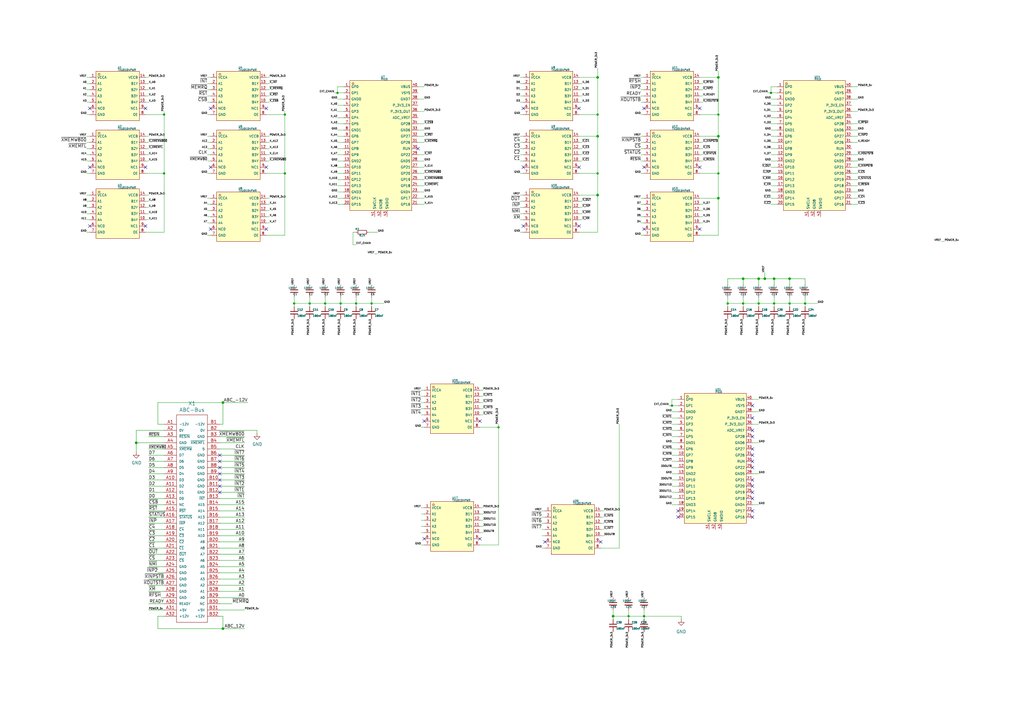
<source format=kicad_sch>
(kicad_sch
	(version 20250114)
	(generator "eeschema")
	(generator_version "9.0")
	(uuid "219df102-d28d-b743-245e-efc9439ef913")
	(paper "A3")
	(title_block
		(title "4680 LOGIC ANALYZER")
		(date "2025-09-29")
	)
	
	(junction
		(at 152.4 124.46)
		(diameter 0.762)
		(color 0 0 0 0)
		(uuid "042cc238-85ec-8300-e122-287d90dace06")
	)
	(junction
		(at 127 124.46)
		(diameter 0.762)
		(color 0 0 0 0)
		(uuid "1389c834-84ca-0b39-19be-946531520b9c")
	)
	(junction
		(at 55.88 181.61)
		(diameter 0)
		(color 0 0 0 0)
		(uuid "1e567a73-6efa-46e8-a9fe-8d39ff3a9c3d")
	)
	(junction
		(at 67.31 71.12)
		(diameter 0.762)
		(color 0 0 0 0)
		(uuid "2c53c86b-2f71-7ff7-88a2-6d117e56c654")
	)
	(junction
		(at 245.11 46.99)
		(diameter 0.762)
		(color 0 0 0 0)
		(uuid "2dc3a48d-3d42-43b1-a3c5-b1e94875dc70")
	)
	(junction
		(at 304.8 114.3)
		(diameter 0)
		(color 0 0 0 0)
		(uuid "2e56b4df-28ee-467a-afe9-f12e702d4017")
	)
	(junction
		(at 120.65 124.46)
		(diameter 0.762)
		(color 0 0 0 0)
		(uuid "2fa001f2-7827-bfc1-e04d-2b9e5f8f7d0f")
	)
	(junction
		(at 323.85 124.46)
		(diameter 0.762)
		(color 0 0 0 0)
		(uuid "34e50a99-49e1-449c-9e53-1d00c76d3d3d")
	)
	(junction
		(at 294.64 71.12)
		(diameter 0.762)
		(color 0 0 0 0)
		(uuid "3822c205-e5ce-4a0c-9944-39d6e154ee5b")
	)
	(junction
		(at 316.23 38.1)
		(diameter 0.762)
		(color 0 0 0 0)
		(uuid "3cacff9c-50d4-4e1f-b9e3-59364b758a5c")
	)
	(junction
		(at 91.44 257.81)
		(diameter 0)
		(color 0 0 0 0)
		(uuid "3cd236a6-4642-406a-bf9b-2df18be4cb23")
	)
	(junction
		(at 317.5 114.3)
		(diameter 0)
		(color 0 0 0 0)
		(uuid "40c8c057-a33b-4f7f-a7e0-413f683a6065")
	)
	(junction
		(at 139.7 124.46)
		(diameter 0.762)
		(color 0 0 0 0)
		(uuid "4177fddd-9575-740c-fedf-0b73e81dc483")
	)
	(junction
		(at 91.44 165.1)
		(diameter 0)
		(color 0 0 0 0)
		(uuid "65d440c0-c664-48c8-a0fc-18c335761bfe")
	)
	(junction
		(at 116.84 46.99)
		(diameter 0.762)
		(color 0 0 0 0)
		(uuid "670b72cf-67ef-f1a3-194d-80aadb79d309")
	)
	(junction
		(at 245.11 80.01)
		(diameter 0)
		(color 0 0 0 0)
		(uuid "6ed0b93a-5d69-47d7-94aa-da23b195c42f")
	)
	(junction
		(at 116.84 71.12)
		(diameter 0.762)
		(color 0 0 0 0)
		(uuid "72b993db-2638-e0a8-9adf-6baf8ee160c8")
	)
	(junction
		(at 294.64 55.88)
		(diameter 0)
		(color 0 0 0 0)
		(uuid "732254a6-db38-471e-8f08-618949667ce8")
	)
	(junction
		(at 311.15 114.3)
		(diameter 0)
		(color 0 0 0 0)
		(uuid "7398a49b-acdf-4769-8501-dd230ffc9ac8")
	)
	(junction
		(at 245.11 55.88)
		(diameter 0)
		(color 0 0 0 0)
		(uuid "8069843e-6cfc-4db8-8b2b-cfcbcf3b9db3")
	)
	(junction
		(at 317.5 124.46)
		(diameter 0.762)
		(color 0 0 0 0)
		(uuid "8136187f-6662-40ed-b0e4-cc39feb412ba")
	)
	(junction
		(at 257.81 252.73)
		(diameter 0.762)
		(color 0 0 0 0)
		(uuid "8885f51f-a6bb-4530-aa1b-cc2c62999697")
	)
	(junction
		(at 251.46 252.73)
		(diameter 0)
		(color 0 0 0 0)
		(uuid "8a9e453a-6419-4a5c-b066-ae0c3ac0b25c")
	)
	(junction
		(at 294.64 81.28)
		(diameter 0)
		(color 0 0 0 0)
		(uuid "9097707a-8f10-43ab-a56f-711be1fb5297")
	)
	(junction
		(at 294.64 31.75)
		(diameter 0)
		(color 0 0 0 0)
		(uuid "9b0374bd-90c9-4067-90db-698e8de7473c")
	)
	(junction
		(at 133.35 124.46)
		(diameter 0.762)
		(color 0 0 0 0)
		(uuid "9b3f248e-6d28-c8e5-b879-5039bcaad69e")
	)
	(junction
		(at 330.2 124.46)
		(diameter 0.762)
		(color 0 0 0 0)
		(uuid "9eacc73c-87bb-46d2-8140-51c9bf0bb918")
	)
	(junction
		(at 245.11 71.12)
		(diameter 0.762)
		(color 0 0 0 0)
		(uuid "aafdf8e4-9b8d-4022-be79-b4a4c0a76a07")
	)
	(junction
		(at 204.47 175.26)
		(diameter 0.762)
		(color 0 0 0 0)
		(uuid "af8c76b0-9347-4bec-b882-2712121cdf7d")
	)
	(junction
		(at 67.31 46.99)
		(diameter 0.762)
		(color 0 0 0 0)
		(uuid "b1e64ff5-77c7-96e9-8dc5-d0646f6efa27")
	)
	(junction
		(at 298.45 124.46)
		(diameter 0.762)
		(color 0 0 0 0)
		(uuid "b3584922-99e2-46ca-8643-8b505788c4df")
	)
	(junction
		(at 323.85 114.3)
		(diameter 0)
		(color 0 0 0 0)
		(uuid "b42d1c9a-5fd9-4130-867d-808997eabfe8")
	)
	(junction
		(at 294.64 46.99)
		(diameter 0.762)
		(color 0 0 0 0)
		(uuid "d7cf6443-1e3e-417e-9822-79dd4e386330")
	)
	(junction
		(at 146.05 124.46)
		(diameter 0.762)
		(color 0 0 0 0)
		(uuid "dda76ac0-10c5-ad15-8d1f-706fe933c410")
	)
	(junction
		(at 313.69 114.3)
		(diameter 0)
		(color 0 0 0 0)
		(uuid "f3b63344-1440-4c90-a477-c35fc09b881f")
	)
	(junction
		(at 304.8 124.46)
		(diameter 0.762)
		(color 0 0 0 0)
		(uuid "f6c9a5cc-982f-4bcb-926f-4f8f7da0fc05")
	)
	(junction
		(at 275.59 166.37)
		(diameter 0.762)
		(color 0 0 0 0)
		(uuid "f779fcf2-41fd-45de-bd39-65e6e6c81cec")
	)
	(junction
		(at 245.11 31.75)
		(diameter 0)
		(color 0 0 0 0)
		(uuid "f98a04d7-3349-460d-9e94-084be8e347e0")
	)
	(junction
		(at 138.43 38.1)
		(diameter 0.762)
		(color 0 0 0 0)
		(uuid "fb0dd6c2-06e5-8eec-6601-e86889114df2")
	)
	(junction
		(at 264.16 252.73)
		(diameter 0.762)
		(color 0 0 0 0)
		(uuid "fc8d4b7f-6623-4135-93a2-c311d86377a5")
	)
	(junction
		(at 311.15 124.46)
		(diameter 0.762)
		(color 0 0 0 0)
		(uuid "fd9fee67-93df-41a4-be2c-75e307e42c24")
	)
	(no_connect
		(at 237.49 44.45)
		(uuid "0822c10d-77b0-48f8-a879-b1bf7685e9f8")
	)
	(no_connect
		(at 196.85 172.72)
		(uuid "0e620c73-e011-462b-b52b-25beced29f9b")
	)
	(no_connect
		(at 173.99 172.72)
		(uuid "0e64376b-66d8-4722-9a32-8d2b78b54b44")
	)
	(no_connect
		(at 109.22 68.58)
		(uuid "0f36d4a8-ca1d-482a-b788-8140910169c4")
	)
	(no_connect
		(at 86.36 44.45)
		(uuid "1705e63e-2635-42bb-8e5d-84981c36774d")
	)
	(no_connect
		(at 308.61 212.09)
		(uuid "17f7a7c2-a839-49eb-998e-a30f5db0a4e3")
	)
	(no_connect
		(at 308.61 204.47)
		(uuid "1e3c2443-a245-4efd-bdd3-ab41079c20ea")
	)
	(no_connect
		(at 36.83 44.45)
		(uuid "2184c91e-6e19-4040-8725-8ce50213a970")
	)
	(no_connect
		(at 308.61 209.55)
		(uuid "26584e72-d846-4250-82a9-68597cf00dde")
	)
	(no_connect
		(at 86.36 68.58)
		(uuid "2ec41176-5037-4ca2-b729-937ba41985d4")
	)
	(no_connect
		(at 59.69 68.58)
		(uuid "359d1721-d496-4d2a-90aa-d900cac8f15d")
	)
	(no_connect
		(at 196.85 220.98)
		(uuid "37509411-aa4e-4e06-b09e-b52472347efc")
	)
	(no_connect
		(at 287.02 93.98)
		(uuid "3af4395f-9c92-45d3-83b1-b674f3938364")
	)
	(no_connect
		(at 36.83 92.71)
		(uuid "3f9e6669-3865-4710-934a-66be0818989b")
	)
	(no_connect
		(at 223.52 222.25)
		(uuid "41eabf9d-a9a2-4554-812f-03e181d95ea9")
	)
	(no_connect
		(at 287.02 44.45)
		(uuid "431b9770-9818-48c4-a230-4f0f1c92a169")
	)
	(no_connect
		(at 278.13 212.09)
		(uuid "43b7d455-9305-4ce3-84aa-4b236903dfab")
	)
	(no_connect
		(at 237.49 92.71)
		(uuid "49ab0fb7-37c5-4625-85bd-641f13bf5946")
	)
	(no_connect
		(at 109.22 93.98)
		(uuid "4cb375db-f1ef-438b-a00f-67c0ef004d11")
	)
	(no_connect
		(at 308.61 166.37)
		(uuid "59a02989-1d74-4b6d-ad42-e8246fb0c298")
	)
	(no_connect
		(at 308.61 201.93)
		(uuid "62d5e7a1-6846-452e-8bfa-a8f1c4097a84")
	)
	(no_connect
		(at 308.61 196.85)
		(uuid "659874a1-52c4-4af7-9e4b-6bb34690e802")
	)
	(no_connect
		(at 308.61 191.77)
		(uuid "6cc61040-0e62-4144-a056-bbb94a20c7da")
	)
	(no_connect
		(at 264.16 93.98)
		(uuid "6e55a3cb-c4ee-4eba-a946-b49b777b6f9a")
	)
	(no_connect
		(at 86.36 93.98)
		(uuid "72870677-8e39-43a4-9cd5-5ebace71ebc6")
	)
	(no_connect
		(at 264.16 44.45)
		(uuid "734ef6eb-cbbe-44ff-8d9a-83838dfce754")
	)
	(no_connect
		(at 90.17 194.31)
		(uuid "73ef7991-ed6a-48fa-886a-426c99aa9de7")
	)
	(no_connect
		(at 173.99 220.98)
		(uuid "7dec353e-12ab-40a0-87bf-fc333a88ec0f")
	)
	(no_connect
		(at 90.17 199.39)
		(uuid "891a5847-ece7-45c5-a344-fa4b56ea17dd")
	)
	(no_connect
		(at 36.83 68.58)
		(uuid "8f4d880f-9c4f-4dbc-a996-3106dc92f070")
	)
	(no_connect
		(at 59.69 92.71)
		(uuid "9608ff4c-80f8-40f7-86d9-21bdc524fd16")
	)
	(no_connect
		(at 308.61 171.45)
		(uuid "981a1154-0c24-4e71-a2b0-75735f628b09")
	)
	(no_connect
		(at 278.13 209.55)
		(uuid "9c31671a-067c-4045-bbcc-057d3af0dc84")
	)
	(no_connect
		(at 90.17 196.85)
		(uuid "a62428fe-ef09-4278-86f3-e7e5395df2b2")
	)
	(no_connect
		(at 214.63 92.71)
		(uuid "a876b991-d223-4522-9af9-ea970013fafb")
	)
	(no_connect
		(at 90.17 189.23)
		(uuid "acf0c9d1-65fa-49d6-8031-33e9aa20f888")
	)
	(no_connect
		(at 109.22 44.45)
		(uuid "b1a00071-22b3-40e1-9dc5-73bb2b4dc23b")
	)
	(no_connect
		(at 308.61 179.07)
		(uuid "b57749c9-0d4e-4f9d-9c29-c473bc5910f9")
	)
	(no_connect
		(at 214.63 44.45)
		(uuid "bae310b7-c62e-4c2f-8889-f1fdb6b5ba6b")
	)
	(no_connect
		(at 308.61 189.23)
		(uuid "bdd1ebc3-7078-4d97-947f-1c9c5c85d0b0")
	)
	(no_connect
		(at 308.61 176.53)
		(uuid "c0142cd3-c9d9-47be-b2ca-6791de958dda")
	)
	(no_connect
		(at 59.69 44.45)
		(uuid "c0937799-7866-4dcc-8a7e-1106e4539df5")
	)
	(no_connect
		(at 308.61 184.15)
		(uuid "c2d87e96-5e08-4f08-ba3c-6c355a17bde2")
	)
	(no_connect
		(at 214.63 68.58)
		(uuid "d02b8622-0f80-41b7-984f-888b5e2c8970")
	)
	(no_connect
		(at 308.61 186.69)
		(uuid "d6a1015b-19f9-44c9-9476-ff5a737442a5")
	)
	(no_connect
		(at 171.45 60.96)
		(uuid "d80f912e-668a-46f7-a8da-e2c77c6c4917")
	)
	(no_connect
		(at 90.17 186.69)
		(uuid "f0f6ac35-bfdd-4cec-ad58-2064aff0408d")
	)
	(no_connect
		(at 264.16 68.58)
		(uuid "f30fe8da-f449-40a3-a282-0759c39ddb7d")
	)
	(no_connect
		(at 237.49 68.58)
		(uuid "f5855b53-ed69-46cc-ba90-a0014dde182b")
	)
	(no_connect
		(at 90.17 191.77)
		(uuid "f63af734-de6c-45a4-aa10-11702565f8f1")
	)
	(no_connect
		(at 246.38 222.25)
		(uuid "f7a9f0ee-ed07-4c4e-8e71-e193379b9680")
	)
	(no_connect
		(at 90.17 201.93)
		(uuid "fd56f66a-d2d9-4985-84bb-9c8b99d5544e")
	)
	(no_connect
		(at 308.61 199.39)
		(uuid "ff4f4196-8feb-4ea4-a9d7-90493f2f597d")
	)
	(no_connect
		(at 287.02 68.58)
		(uuid "ff932043-9711-42b4-8bda-67b58601446b")
	)
	(wire
		(pts
			(xy 35.56 55.88) (xy 36.83 55.88)
		)
		(stroke
			(width 0.127)
			(type default)
		)
		(uuid "0028a3d3-dc29-2665-6960-d1081c2e160f")
	)
	(wire
		(pts
			(xy 172.72 160.02) (xy 173.99 160.02)
		)
		(stroke
			(width 0.127)
			(type default)
		)
		(uuid "0098c1a6-d429-43a7-971d-b0b788091590")
	)
	(wire
		(pts
			(xy 349.25 83.82) (xy 351.79 83.82)
		)
		(stroke
			(width 0.127)
			(type default)
		)
		(uuid "00f859e6-6424-4569-a8d7-a8771e0c5f5d")
	)
	(wire
		(pts
			(xy 146.05 124.46) (xy 146.05 121.92)
		)
		(stroke
			(width 0.127)
			(type default)
		)
		(uuid "01ac23ba-ab0d-34d2-110c-2e5baef817fe")
	)
	(wire
		(pts
			(xy 316.23 55.88) (xy 318.77 55.88)
		)
		(stroke
			(width 0.127)
			(type default)
		)
		(uuid "022bd2d9-a6e9-4cee-959e-0db69e00b7a7")
	)
	(wire
		(pts
			(xy 67.31 237.49) (xy 60.96 237.49)
		)
		(stroke
			(width 0)
			(type default)
		)
		(uuid "034b7682-5998-42fc-ba3f-e1d91a29a963")
	)
	(wire
		(pts
			(xy 60.96 196.85) (xy 67.31 196.85)
		)
		(stroke
			(width 0)
			(type default)
		)
		(uuid "03512c72-5c26-46d9-b64d-b872b8c8aa52")
	)
	(wire
		(pts
			(xy 213.36 63.5) (xy 214.63 63.5)
		)
		(stroke
			(width 0.127)
			(type default)
		)
		(uuid "036d8736-795f-479f-a56d-2fa1452d94a3")
	)
	(wire
		(pts
			(xy 196.85 175.26) (xy 204.47 175.26)
		)
		(stroke
			(width 0.127)
			(type default)
		)
		(uuid "03894d0f-be85-49f8-9b0b-cd2d4b1df7bd")
	)
	(wire
		(pts
			(xy 144.78 95.25) (xy 144.78 100.33)
		)
		(stroke
			(width 0.127)
			(type default)
		)
		(uuid "0562b750-03e8-fee7-fa34-0c7f97254869")
	)
	(wire
		(pts
			(xy 316.23 71.12) (xy 318.77 71.12)
		)
		(stroke
			(width 0.127)
			(type default)
		)
		(uuid "067ea5f9-8869-4286-a13f-ee952864dfcf")
	)
	(wire
		(pts
			(xy 116.84 71.12) (xy 116.84 46.99)
		)
		(stroke
			(width 0.127)
			(type default)
		)
		(uuid "070aed4b-dc83-8c34-50c6-279c56a0a7b0")
	)
	(wire
		(pts
			(xy 316.23 53.34) (xy 318.77 53.34)
		)
		(stroke
			(width 0.127)
			(type default)
		)
		(uuid "07a052af-c4b0-4618-add2-34cfcfcf90b0")
	)
	(wire
		(pts
			(xy 90.17 247.65) (xy 95.25 247.65)
		)
		(stroke
			(width 0)
			(type default)
		)
		(uuid "08df9ae4-203f-4668-804f-3d0ec4287c5c")
	)
	(wire
		(pts
			(xy 67.31 252.73) (xy 64.77 252.73)
		)
		(stroke
			(width 0)
			(type default)
		)
		(uuid "092ed550-ef8d-405a-b76a-b818ece3bd0f")
	)
	(wire
		(pts
			(xy 138.43 55.88) (xy 140.97 55.88)
		)
		(stroke
			(width 0.127)
			(type default)
		)
		(uuid "0aff7fc6-1edc-cd83-b31c-0c91081c0e66")
	)
	(wire
		(pts
			(xy 257.81 254) (xy 257.81 252.73)
		)
		(stroke
			(width 0.127)
			(type default)
		)
		(uuid "0bbfdb49-f008-4e24-b1b3-593d87aa6d28")
	)
	(wire
		(pts
			(xy 90.17 219.71) (xy 100.33 219.71)
		)
		(stroke
			(width 0)
			(type default)
		)
		(uuid "0bf072e2-5a94-4648-ab4f-56cc868174a3")
	)
	(wire
		(pts
			(xy 109.22 86.36) (xy 110.49 86.36)
		)
		(stroke
			(width 0.127)
			(type default)
		)
		(uuid "0bf39884-d41c-f268-9500-5b2baf5119f7")
	)
	(wire
		(pts
			(xy 287.02 31.75) (xy 294.64 31.75)
		)
		(stroke
			(width 0.127)
			(type default)
		)
		(uuid "0c54c06c-e2a1-4a93-92c3-9e994d1d8421")
	)
	(wire
		(pts
			(xy 246.38 224.79) (xy 254 224.79)
		)
		(stroke
			(width 0.127)
			(type default)
		)
		(uuid "0dcc93d3-84f5-41af-9386-b34781549011")
	)
	(wire
		(pts
			(xy 35.56 95.25) (xy 36.83 95.25)
		)
		(stroke
			(width 0.127)
			(type default)
		)
		(uuid "0ed75bab-49b6-8b80-4585-9da0e89684e5")
	)
	(wire
		(pts
			(xy 275.59 186.69) (xy 278.13 186.69)
		)
		(stroke
			(width 0.127)
			(type default)
		)
		(uuid "102fe8c5-9819-4878-b966-54c56af03bea")
	)
	(wire
		(pts
			(xy 287.02 34.29) (xy 288.29 34.29)
		)
		(stroke
			(width 0.127)
			(type default)
		)
		(uuid "10e01426-651b-4ff7-96bb-10d1fb63230a")
	)
	(wire
		(pts
			(xy 287.02 55.88) (xy 294.64 55.88)
		)
		(stroke
			(width 0.127)
			(type default)
		)
		(uuid "1447133e-4e69-4487-889c-113857f55f77")
	)
	(wire
		(pts
			(xy 109.22 91.44) (xy 110.49 91.44)
		)
		(stroke
			(width 0.127)
			(type default)
		)
		(uuid "14f257a3-ec02-2133-f8f8-c8351933dc14")
	)
	(wire
		(pts
			(xy 120.65 124.46) (xy 127 124.46)
		)
		(stroke
			(width 0.127)
			(type default)
		)
		(uuid "14f8343d-bf65-6bf6-4bcf-987431fddab2")
	)
	(wire
		(pts
			(xy 349.25 73.66) (xy 351.79 73.66)
		)
		(stroke
			(width 0.127)
			(type default)
		)
		(uuid "151394aa-bdab-4946-96df-5da27b0c44d2")
	)
	(wire
		(pts
			(xy 91.44 252.73) (xy 90.17 252.73)
		)
		(stroke
			(width 0)
			(type default)
		)
		(uuid "154d66e0-429f-4345-b7c1-de73605249fe")
	)
	(wire
		(pts
			(xy 275.59 168.91) (xy 278.13 168.91)
		)
		(stroke
			(width 0.127)
			(type default)
		)
		(uuid "15a2e8d2-030f-4fed-8209-6f49b8dfa173")
	)
	(wire
		(pts
			(xy 85.09 81.28) (xy 86.36 81.28)
		)
		(stroke
			(width 0.127)
			(type default)
		)
		(uuid "178ec76e-341e-be1d-a926-aeb2d8da66db")
	)
	(wire
		(pts
			(xy 60.96 232.41) (xy 67.31 232.41)
		)
		(stroke
			(width 0)
			(type default)
		)
		(uuid "179031f8-5400-4877-83be-dbe24abf7f19")
	)
	(wire
		(pts
			(xy 316.23 78.74) (xy 318.77 78.74)
		)
		(stroke
			(width 0.127)
			(type default)
		)
		(uuid "18628061-31cc-45bc-a394-d08c35105d62")
	)
	(wire
		(pts
			(xy 251.46 252.73) (xy 257.81 252.73)
		)
		(stroke
			(width 0.127)
			(type default)
		)
		(uuid "1898f87a-8668-4d09-a054-be421c4f42c0")
	)
	(wire
		(pts
			(xy 91.44 165.1) (xy 91.44 173.99)
		)
		(stroke
			(width 0)
			(type default)
		)
		(uuid "18baa678-aa24-4f9a-b53f-e785ff1da08b")
	)
	(wire
		(pts
			(xy 109.22 63.5) (xy 110.49 63.5)
		)
		(stroke
			(width 0.127)
			(type default)
		)
		(uuid "1c112ab4-ea79-3f0c-600d-ad767cb2c14b")
	)
	(wire
		(pts
			(xy 133.35 125.73) (xy 133.35 124.46)
		)
		(stroke
			(width 0.127)
			(type default)
		)
		(uuid "1cc39c3b-dd27-b8e8-4b12-383953f50332")
	)
	(wire
		(pts
			(xy 171.45 76.2) (xy 173.99 76.2)
		)
		(stroke
			(width 0.127)
			(type default)
		)
		(uuid "1d282c3d-e1fe-163c-3e76-a3b53287425c")
	)
	(wire
		(pts
			(xy 60.96 209.55) (xy 67.31 209.55)
		)
		(stroke
			(width 0)
			(type default)
		)
		(uuid "1e24cee0-bd1b-48c0-9e81-1303d405048f")
	)
	(wire
		(pts
			(xy 171.45 50.8) (xy 173.99 50.8)
		)
		(stroke
			(width 0.127)
			(type default)
		)
		(uuid "1ea09940-e562-effa-e892-fe5ad12e13ed")
	)
	(wire
		(pts
			(xy 90.17 207.01) (xy 100.33 207.01)
		)
		(stroke
			(width 0)
			(type default)
		)
		(uuid "1ef4daf0-8068-408b-94fe-d8542cc4fd67")
	)
	(wire
		(pts
			(xy 274.32 166.37) (xy 275.59 166.37)
		)
		(stroke
			(width 0.127)
			(type default)
		)
		(uuid "1f879774-8071-4ac0-a771-c7800c3dbce2")
	)
	(wire
		(pts
			(xy 349.25 55.88) (xy 351.79 55.88)
		)
		(stroke
			(width 0.127)
			(type default)
		)
		(uuid "21458000-a4f0-4fd2-aa29-bcf0dbd4ce26")
	)
	(wire
		(pts
			(xy 127 124.46) (xy 133.35 124.46)
		)
		(stroke
			(width 0.127)
			(type default)
		)
		(uuid "218e2876-868e-496c-8359-780191896fae")
	)
	(wire
		(pts
			(xy 349.25 50.8) (xy 351.79 50.8)
		)
		(stroke
			(width 0.127)
			(type default)
		)
		(uuid "2230d108-2a6f-4667-82cb-fccb20d49be6")
	)
	(wire
		(pts
			(xy 90.17 242.57) (xy 100.33 242.57)
		)
		(stroke
			(width 0)
			(type default)
		)
		(uuid "22e2c0b2-577b-4299-9201-5e9159eb179f")
	)
	(wire
		(pts
			(xy 171.45 81.28) (xy 173.99 81.28)
		)
		(stroke
			(width 0.127)
			(type default)
		)
		(uuid "23eaa51d-4414-4f26-5967-48d0fccf0548")
	)
	(wire
		(pts
			(xy 59.69 34.29) (xy 60.96 34.29)
		)
		(stroke
			(width 0.127)
			(type default)
		)
		(uuid "2445749e-755f-c3f1-38cd-f490e0dff169")
	)
	(wire
		(pts
			(xy 144.78 95.25) (xy 146.05 95.25)
		)
		(stroke
			(width 0.127)
			(type default)
		)
		(uuid "24eeb98f-1012-2f7b-d6c7-2f0de9df888c")
	)
	(wire
		(pts
			(xy 237.49 87.63) (xy 238.76 87.63)
		)
		(stroke
			(width 0.127)
			(type default)
		)
		(uuid "255ecd5f-f262-4d98-9821-0d5e5cce1c16")
	)
	(wire
		(pts
			(xy 138.43 81.28) (xy 140.97 81.28)
		)
		(stroke
			(width 0.127)
			(type default)
		)
		(uuid "256b5ab9-7b74-29e4-9c1a-925ad42a7517")
	)
	(wire
		(pts
			(xy 171.45 58.42) (xy 173.99 58.42)
		)
		(stroke
			(width 0.127)
			(type default)
		)
		(uuid "2710b291-9114-02ff-2188-aa6637024598")
	)
	(wire
		(pts
			(xy 59.69 63.5) (xy 60.96 63.5)
		)
		(stroke
			(width 0.127)
			(type default)
		)
		(uuid "27564917-eb46-5190-1aa0-82aeb524e22f")
	)
	(wire
		(pts
			(xy 262.89 86.36) (xy 264.16 86.36)
		)
		(stroke
			(width 0.127)
			(type default)
		)
		(uuid "282d3cbe-eff1-483d-8c20-f877f4b3f94d")
	)
	(wire
		(pts
			(xy 237.49 82.55) (xy 238.76 82.55)
		)
		(stroke
			(width 0.127)
			(type default)
		)
		(uuid "28aa0042-a22a-4ae7-829d-897596e62db9")
	)
	(wire
		(pts
			(xy 171.45 35.56) (xy 173.99 35.56)
		)
		(stroke
			(width 0.127)
			(type default)
		)
		(uuid "291d4833-1b03-f1ee-e86d-f77d48df4e94")
	)
	(wire
		(pts
			(xy 139.7 124.46) (xy 146.05 124.46)
		)
		(stroke
			(width 0.127)
			(type default)
		)
		(uuid "294ca8a1-3458-f4fd-7040-f80d4ef2f541")
	)
	(wire
		(pts
			(xy 222.25 224.79) (xy 223.52 224.79)
		)
		(stroke
			(width 0.127)
			(type default)
		)
		(uuid "29b46a01-b496-4526-ad06-04f4ab440493")
	)
	(wire
		(pts
			(xy 172.72 165.1) (xy 173.99 165.1)
		)
		(stroke
			(width 0.127)
			(type default)
		)
		(uuid "2a0b008b-5cf0-42a7-9447-749623b9436e")
	)
	(wire
		(pts
			(xy 287.02 36.83) (xy 288.29 36.83)
		)
		(stroke
			(width 0.127)
			(type default)
		)
		(uuid "2a22d5ed-e6bd-4c76-94ce-d0a3be12bc1b")
	)
	(wire
		(pts
			(xy 287.02 63.5) (xy 288.29 63.5)
		)
		(stroke
			(width 0.127)
			(type default)
		)
		(uuid "2b69a9a2-5acb-4a85-af29-e9750d6cb09e")
	)
	(wire
		(pts
			(xy 59.69 87.63) (xy 60.96 87.63)
		)
		(stroke
			(width 0.127)
			(type default)
		)
		(uuid "2b7c7bdd-d60d-bcde-9fb0-2e8d8afae1de")
	)
	(wire
		(pts
			(xy 35.56 58.42) (xy 36.83 58.42)
		)
		(stroke
			(width 0.127)
			(type default)
		)
		(uuid "2b82050b-3d81-13a1-2b08-cbb7a2459793")
	)
	(wire
		(pts
			(xy 91.44 257.81) (xy 100.33 257.81)
		)
		(stroke
			(width 0)
			(type default)
		)
		(uuid "2c0c8dd4-c143-455c-a186-accc08a6a965")
	)
	(wire
		(pts
			(xy 35.56 85.09) (xy 36.83 85.09)
		)
		(stroke
			(width 0.127)
			(type default)
		)
		(uuid "2c2366e1-2ec8-d4cb-63c1-31f076ea1e3b")
	)
	(wire
		(pts
			(xy 245.11 55.88) (xy 245.11 46.99)
		)
		(stroke
			(width 0.127)
			(type default)
		)
		(uuid "2cdb1690-559a-4fab-97f5-4da12fd33189")
	)
	(wire
		(pts
			(xy 294.64 81.28) (xy 294.64 71.12)
		)
		(stroke
			(width 0.127)
			(type default)
		)
		(uuid "2d968a2a-c2ea-402e-903b-1131a40291c1")
	)
	(wire
		(pts
			(xy 196.85 160.02) (xy 198.12 160.02)
		)
		(stroke
			(width 0.127)
			(type default)
		)
		(uuid "2e97ae37-3110-496e-bd95-be711781955d")
	)
	(wire
		(pts
			(xy 213.36 90.17) (xy 214.63 90.17)
		)
		(stroke
			(width 0.127)
			(type default)
		)
		(uuid "2f141998-8cb0-4a22-8aac-2eb4b7845599")
	)
	(wire
		(pts
			(xy 60.96 224.79) (xy 67.31 224.79)
		)
		(stroke
			(width 0)
			(type default)
		)
		(uuid "2f4f9dcb-4f7a-42a4-a5a8-99a0d792f7c4")
	)
	(wire
		(pts
			(xy 245.11 31.75) (xy 245.11 46.99)
		)
		(stroke
			(width 0.127)
			(type default)
		)
		(uuid "3007ffae-38b5-47d4-9d7a-9999a0587b0a")
	)
	(wire
		(pts
			(xy 138.43 35.56) (xy 140.97 35.56)
		)
		(stroke
			(width 0.127)
			(type default)
		)
		(uuid "305cbae5-bbce-800d-5009-7034988a1c8b")
	)
	(wire
		(pts
			(xy 60.96 207.01) (xy 67.31 207.01)
		)
		(stroke
			(width 0)
			(type default)
		)
		(uuid "31ad2824-3cf0-4b54-ba78-07de355f9205")
	)
	(wire
		(pts
			(xy 85.09 58.42) (xy 86.36 58.42)
		)
		(stroke
			(width 0.127)
			(type default)
		)
		(uuid "31b347d8-a106-ce3a-a3a2-ea9c49315e1e")
	)
	(wire
		(pts
			(xy 138.43 38.1) (xy 138.43 35.56)
		)
		(stroke
			(width 0.127)
			(type default)
		)
		(uuid "31eedf15-8866-a387-33d0-b71e16dadf6e")
	)
	(wire
		(pts
			(xy 311.15 124.46) (xy 311.15 121.92)
		)
		(stroke
			(width 0.127)
			(type default)
		)
		(uuid "32243b72-05b1-46bf-ac83-7edc2edd5b88")
	)
	(wire
		(pts
			(xy 262.89 31.75) (xy 264.16 31.75)
		)
		(stroke
			(width 0.127)
			(type default)
		)
		(uuid "32424c5d-c7bb-4b25-af11-21da4e9a1a78")
	)
	(wire
		(pts
			(xy 59.69 60.96) (xy 60.96 60.96)
		)
		(stroke
			(width 0.127)
			(type default)
		)
		(uuid "32b7c463-5369-230f-eac9-c2e9c843f497")
	)
	(wire
		(pts
			(xy 316.23 58.42) (xy 318.77 58.42)
		)
		(stroke
			(width 0.127)
			(type default)
		)
		(uuid "32c6db15-47db-4372-a2bc-dd841c5ee4ed")
	)
	(wire
		(pts
			(xy 287.02 39.37) (xy 288.29 39.37)
		)
		(stroke
			(width 0.127)
			(type default)
		)
		(uuid "32c89a83-323f-49a7-8916-f5deab09eafd")
	)
	(wire
		(pts
			(xy 64.77 257.81) (xy 91.44 257.81)
		)
		(stroke
			(width 0)
			(type default)
		)
		(uuid "32dcebc2-4d14-45ee-afa3-df4526d95cab")
	)
	(wire
		(pts
			(xy 262.89 36.83) (xy 264.16 36.83)
		)
		(stroke
			(width 0.127)
			(type default)
		)
		(uuid "333b51ee-39c3-4b34-9c15-63c713dd7056")
	)
	(wire
		(pts
			(xy 287.02 96.52) (xy 294.64 96.52)
		)
		(stroke
			(width 0.127)
			(type default)
		)
		(uuid "3363c25c-c96a-47ec-a08a-2f5518b2a610")
	)
	(wire
		(pts
			(xy 264.16 252.73) (xy 279.4 252.73)
		)
		(stroke
			(width 0.127)
			(type default)
		)
		(uuid "33705d55-1292-4039-b7d1-933b24963e6c")
	)
	(wire
		(pts
			(xy 85.09 46.99) (xy 86.36 46.99)
		)
		(stroke
			(width 0.127)
			(type default)
		)
		(uuid "33dc48af-0cbe-25b8-5d31-1ec0d3ef7c03")
	)
	(wire
		(pts
			(xy 237.49 41.91) (xy 238.76 41.91)
		)
		(stroke
			(width 0.127)
			(type default)
		)
		(uuid "3578cf0e-2402-46ff-a803-7c811f66da67")
	)
	(wire
		(pts
			(xy 171.45 78.74) (xy 173.99 78.74)
		)
		(stroke
			(width 0.127)
			(type default)
		)
		(uuid "35d81f2e-2783-f683-69b6-4b70b8b9bb8a")
	)
	(wire
		(pts
			(xy 171.45 73.66) (xy 173.99 73.66)
		)
		(stroke
			(width 0.127)
			(type default)
		)
		(uuid "36b4d687-84ab-b3b3-538b-29dad6a76053")
	)
	(wire
		(pts
			(xy 90.17 250.19) (xy 100.33 250.19)
		)
		(stroke
			(width 0)
			(type default)
		)
		(uuid "370fcb22-6417-4377-8d7a-25c0927772bc")
	)
	(wire
		(pts
			(xy 59.69 90.17) (xy 60.96 90.17)
		)
		(stroke
			(width 0.127)
			(type default)
		)
		(uuid "37a79177-d3c8-f702-8602-b58b900e00fb")
	)
	(wire
		(pts
			(xy 257.81 252.73) (xy 264.16 252.73)
		)
		(stroke
			(width 0.127)
			(type default)
		)
		(uuid "37b8cfe4-8317-4292-aab1-efda0578e4fc")
	)
	(wire
		(pts
			(xy 172.72 215.9) (xy 173.99 215.9)
		)
		(stroke
			(width 0.127)
			(type default)
		)
		(uuid "37c34b3f-a088-4d62-ac00-38a528d13591")
	)
	(wire
		(pts
			(xy 316.23 43.18) (xy 318.77 43.18)
		)
		(stroke
			(width 0.127)
			(type default)
		)
		(uuid "387ac3d0-d490-472a-a8c5-61b6c6daa8be")
	)
	(wire
		(pts
			(xy 245.11 95.25) (xy 245.11 80.01)
		)
		(stroke
			(width 0.127)
			(type default)
		)
		(uuid "395f045f-ff8e-49f4-abc0-367329acaafa")
	)
	(wire
		(pts
			(xy 138.43 78.74) (xy 140.97 78.74)
		)
		(stroke
			(width 0.127)
			(type default)
		)
		(uuid "396d7780-097b-062d-ce0f-43e9524eb2ec")
	)
	(wire
		(pts
			(xy 262.89 63.5) (xy 264.16 63.5)
		)
		(stroke
			(width 0.127)
			(type default)
		)
		(uuid "399446f9-6f15-4ab3-9d3a-3a7aa6250b5b")
	)
	(wire
		(pts
			(xy 90.17 196.85) (xy 100.33 196.85)
		)
		(stroke
			(width 0)
			(type default)
		)
		(uuid "3a309c35-9c7f-4100-92de-54c8506611d3")
	)
	(wire
		(pts
			(xy 386.08 99.06) (xy 387.35 99.06)
		)
		(stroke
			(width 0.127)
			(type default)
		)
		(uuid "3a6ce560-9a4c-4b80-bb03-4faba2ca1684")
	)
	(wire
		(pts
			(xy 294.64 55.88) (xy 294.64 46.99)
		)
		(stroke
			(width 0.127)
			(type default)
		)
		(uuid "3ac18c83-458c-436a-9b99-a524b0236d47")
	)
	(wire
		(pts
			(xy 275.59 173.99) (xy 278.13 173.99)
		)
		(stroke
			(width 0.127)
			(type default)
		)
		(uuid "3ac3c03f-0c35-41ee-b4c0-953dca220d56")
	)
	(wire
		(pts
			(xy 171.45 83.82) (xy 173.99 83.82)
		)
		(stroke
			(width 0.127)
			(type default)
		)
		(uuid "3b629278-67da-a3b7-5768-e9cc834c20ed")
	)
	(wire
		(pts
			(xy 316.23 73.66) (xy 318.77 73.66)
		)
		(stroke
			(width 0.127)
			(type default)
		)
		(uuid "3b9ed72a-f24d-4162-a054-3e3bd5ff8ac5")
	)
	(wire
		(pts
			(xy 67.31 173.99) (xy 64.77 173.99)
		)
		(stroke
			(width 0)
			(type default)
		)
		(uuid "3bb5f1f3-29c2-4970-9a97-6ab9e6e4190e")
	)
	(wire
		(pts
			(xy 308.61 194.31) (xy 311.15 194.31)
		)
		(stroke
			(width 0)
			(type default)
		)
		(uuid "3bfdccf5-f1d1-45f3-b96a-ed690a92aba2")
	)
	(wire
		(pts
			(xy 262.89 83.82) (xy 264.16 83.82)
		)
		(stroke
			(width 0.127)
			(type default)
		)
		(uuid "3cfa7c00-d38e-4e35-9770-c39444b7c0c4")
	)
	(wire
		(pts
			(xy 237.49 39.37) (xy 238.76 39.37)
		)
		(stroke
			(width 0.127)
			(type default)
		)
		(uuid "3d7b8615-16c3-46ae-9021-4252fe5639e1")
	)
	(wire
		(pts
			(xy 59.69 82.55) (xy 60.96 82.55)
		)
		(stroke
			(width 0.127)
			(type default)
		)
		(uuid "3d8d80ea-4324-1bab-ab0b-11bfed455210")
	)
	(wire
		(pts
			(xy 262.89 55.88) (xy 264.16 55.88)
		)
		(stroke
			(width 0.127)
			(type default)
		)
		(uuid "3dcefcf8-5b26-477a-86a3-a89b9cebbf48")
	)
	(wire
		(pts
			(xy 138.43 58.42) (xy 140.97 58.42)
		)
		(stroke
			(width 0.127)
			(type default)
		)
		(uuid "3eabe863-66ad-41db-d0cb-e70314a449a8")
	)
	(wire
		(pts
			(xy 67.31 95.25) (xy 67.31 71.12)
		)
		(stroke
			(width 0.127)
			(type default)
		)
		(uuid "3f3077af-10d3-3f45-69f8-5a4ec4a3f964")
	)
	(wire
		(pts
			(xy 35.56 46.99) (xy 36.83 46.99)
		)
		(stroke
			(width 0.127)
			(type default)
		)
		(uuid "3f4aa8e9-a9e1-36e0-18d6-c64ae270bf14")
	)
	(wire
		(pts
			(xy 294.64 31.75) (xy 294.64 45.72)
		)
		(stroke
			(width 0)
			(type default)
		)
		(uuid "3fceaac6-ec05-447f-85c4-3f3865d4a6f8")
	)
	(wire
		(pts
			(xy 246.38 219.71) (xy 247.65 219.71)
		)
		(stroke
			(width 0.127)
			(type default)
		)
		(uuid "40090c22-da6f-4117-a55b-28a081d62978")
	)
	(wire
		(pts
			(xy 85.09 91.44) (xy 86.36 91.44)
		)
		(stroke
			(width 0.127)
			(type default)
		)
		(uuid "401b5d10-9ef9-1753-7df5-83510a6de0be")
	)
	(wire
		(pts
			(xy 262.89 88.9) (xy 264.16 88.9)
		)
		(stroke
			(width 0.127)
			(type default)
		)
		(uuid "40ad4b97-155d-46b3-9367-b87eaf1aa91b")
	)
	(wire
		(pts
			(xy 245.11 80.01) (xy 245.11 71.12)
		)
		(stroke
			(width 0.127)
			(type default)
		)
		(uuid "40b577b5-65fe-433d-b667-44ce59a69f01")
	)
	(wire
		(pts
			(xy 109.22 81.28) (xy 110.49 81.28)
		)
		(stroke
			(width 0.127)
			(type default)
		)
		(uuid "42818a81-34ae-ac73-c880-d3b86b0c7513")
	)
	(wire
		(pts
			(xy 138.43 66.04) (xy 140.97 66.04)
		)
		(stroke
			(width 0.127)
			(type default)
		)
		(uuid "42a30956-f3ab-475f-49f3-44c71dcf7b60")
	)
	(wire
		(pts
			(xy 275.59 176.53) (xy 278.13 176.53)
		)
		(stroke
			(width 0.127)
			(type default)
		)
		(uuid "431d6c52-1a47-45aa-8574-d048c29c0a0e")
	)
	(wire
		(pts
			(xy 138.43 38.1) (xy 140.97 38.1)
		)
		(stroke
			(width 0.127)
			(type default)
		)
		(uuid "43a15b6e-0012-d248-4150-58bc673894b6")
	)
	(wire
		(pts
			(xy 316.23 48.26) (xy 318.77 48.26)
		)
		(stroke
			(width 0.127)
			(type default)
		)
		(uuid "43d8fdbd-5380-45f9-bfd9-aaca1372232c")
	)
	(wire
		(pts
			(xy 304.8 125.73) (xy 304.8 124.46)
		)
		(stroke
			(width 0.127)
			(type default)
		)
		(uuid "43e1034c-1ea0-439b-88f3-b43b883958cd")
	)
	(wire
		(pts
			(xy 85.09 55.88) (xy 86.36 55.88)
		)
		(stroke
			(width 0.127)
			(type default)
		)
		(uuid "4602ee9b-adc5-3b8b-2ead-f51464ec05d2")
	)
	(wire
		(pts
			(xy 91.44 257.81) (xy 91.44 252.73)
		)
		(stroke
			(width 0)
			(type default)
		)
		(uuid "460837ee-33b2-4151-857c-22bbf0540dfa")
	)
	(wire
		(pts
			(xy 60.96 201.93) (xy 67.31 201.93)
		)
		(stroke
			(width 0)
			(type default)
		)
		(uuid "47b109ba-99a7-4cc0-aa6b-b98426d5b291")
	)
	(wire
		(pts
			(xy 245.11 31.75) (xy 245.11 27.94)
		)
		(stroke
			(width 0.127)
			(type default)
		)
		(uuid "48dfaa4e-0d00-40aa-a450-1f448403f183")
	)
	(wire
		(pts
			(xy 90.17 240.03) (xy 100.33 240.03)
		)
		(stroke
			(width 0)
			(type default)
		)
		(uuid "492536e0-9041-4b21-bb23-0d5c248ce1b6")
	)
	(wire
		(pts
			(xy 109.22 88.9) (xy 110.49 88.9)
		)
		(stroke
			(width 0.127)
			(type default)
		)
		(uuid "4966511e-2f30-7eeb-3f66-0dbbad6f3047")
	)
	(wire
		(pts
			(xy 139.7 125.73) (xy 139.7 124.46)
		)
		(stroke
			(width 0.127)
			(type default)
		)
		(uuid "4a3e7240-f558-6c76-7b4c-acdba4899aff")
	)
	(wire
		(pts
			(xy 349.25 71.12) (xy 351.79 71.12)
		)
		(stroke
			(width 0.127)
			(type default)
		)
		(uuid "4ad257a5-e87a-468a-b298-4c8be50999cb")
	)
	(wire
		(pts
			(xy 323.85 124.46) (xy 323.85 121.92)
		)
		(stroke
			(width 0.127)
			(type default)
		)
		(uuid "4b557206-65c1-4ac4-8722-b67adb095ec8")
	)
	(wire
		(pts
			(xy 35.56 39.37) (xy 36.83 39.37)
		)
		(stroke
			(width 0.127)
			(type default)
		)
		(uuid "4bb72a17-ee1b-95d1-05c0-359aef2aa898")
	)
	(wire
		(pts
			(xy 316.23 50.8) (xy 318.77 50.8)
		)
		(stroke
			(width 0.127)
			(type default)
		)
		(uuid "4e1cbfc3-f9bb-4294-accf-10417dd3ef71")
	)
	(wire
		(pts
			(xy 90.17 201.93) (xy 100.33 201.93)
		)
		(stroke
			(width 0)
			(type default)
		)
		(uuid "4e373e73-f582-4c34-b07d-e472e5a68225")
	)
	(wire
		(pts
			(xy 172.72 213.36) (xy 173.99 213.36)
		)
		(stroke
			(width 0.127)
			(type default)
		)
		(uuid "4fd2bc96-68ea-4b00-b17f-d1402d8b814d")
	)
	(wire
		(pts
			(xy 275.59 194.31) (xy 278.13 194.31)
		)
		(stroke
			(width 0.127)
			(type default)
		)
		(uuid "505d45cc-548d-4526-8c78-70b2e0efc05c")
	)
	(wire
		(pts
			(xy 298.45 124.46) (xy 298.45 121.92)
		)
		(stroke
			(width 0.127)
			(type default)
		)
		(uuid "52323522-8276-488d-9ab2-1fb14998b54c")
	)
	(wire
		(pts
			(xy 294.64 96.52) (xy 294.64 81.28)
		)
		(stroke
			(width 0.127)
			(type default)
		)
		(uuid "523e5ddd-8af8-4f4b-8743-4ddee8d44725")
	)
	(wire
		(pts
			(xy 317.5 124.46) (xy 317.5 121.92)
		)
		(stroke
			(width 0.127)
			(type default)
		)
		(uuid "5240bc29-6ed2-4df9-a9d7-0c6c0744d0c2")
	)
	(wire
		(pts
			(xy 275.59 196.85) (xy 278.13 196.85)
		)
		(stroke
			(width 0.127)
			(type default)
		)
		(uuid "5370cfb2-a485-49b2-be96-1bf352f2287c")
	)
	(wire
		(pts
			(xy 59.69 58.42) (xy 60.96 58.42)
		)
		(stroke
			(width 0.127)
			(type default)
		)
		(uuid "53811e8e-94da-3f94-4f74-68543406f5d1")
	)
	(wire
		(pts
			(xy 323.85 125.73) (xy 323.85 124.46)
		)
		(stroke
			(width 0.127)
			(type default)
		)
		(uuid "5418203f-619a-4414-be43-746bbdd7eb3e")
	)
	(wire
		(pts
			(xy 109.22 41.91) (xy 110.49 41.91)
		)
		(stroke
			(width 0.127)
			(type default)
		)
		(uuid "542ae4d4-1cdc-74ca-94b9-4ec043e25773")
	)
	(wire
		(pts
			(xy 171.45 53.34) (xy 173.99 53.34)
		)
		(stroke
			(width 0.127)
			(type default)
		)
		(uuid "54a3e5c4-a7c6-4bb1-1b62-80d813ea74b7")
	)
	(wire
		(pts
			(xy 90.17 179.07) (xy 100.33 179.07)
		)
		(stroke
			(width 0)
			(type default)
		)
		(uuid "5513bbc3-e290-4fba-9fbd-730fbb64ed8f")
	)
	(wire
		(pts
			(xy 64.77 173.99) (xy 64.77 165.1)
		)
		(stroke
			(width 0)
			(type default)
		)
		(uuid "56f60f4e-ac56-4677-9918-78448535a9c2")
	)
	(wire
		(pts
			(xy 237.49 71.12) (xy 245.11 71.12)
		)
		(stroke
			(width 0.127)
			(type default)
		)
		(uuid "577f0e58-8d4e-420e-84bd-6a80e65ab9d2")
	)
	(wire
		(pts
			(xy 196.85 218.44) (xy 198.12 218.44)
		)
		(stroke
			(width 0.127)
			(type default)
		)
		(uuid "57be7992-b17b-4f5b-9a86-89f63b40e1b0")
	)
	(wire
		(pts
			(xy 60.96 189.23) (xy 67.31 189.23)
		)
		(stroke
			(width 0)
			(type default)
		)
		(uuid "58455ac6-8d04-4ffc-9117-b3070bb6bc0f")
	)
	(wire
		(pts
			(xy 60.96 227.33) (xy 67.31 227.33)
		)
		(stroke
			(width 0)
			(type default)
		)
		(uuid "5880a1f7-06b1-42e0-85b2-317a6872565c")
	)
	(wire
		(pts
			(xy 213.36 95.25) (xy 214.63 95.25)
		)
		(stroke
			(width 0.127)
			(type default)
		)
		(uuid "588a8220-0a91-4382-9b1b-9610ca42f523")
	)
	(wire
		(pts
			(xy 304.8 114.3) (xy 304.8 116.84)
		)
		(stroke
			(width 0)
			(type default)
		)
		(uuid "596f2e25-3fb4-4e14-bf4a-1f38b4dba799")
	)
	(wire
		(pts
			(xy 109.22 39.37) (xy 110.49 39.37)
		)
		(stroke
			(width 0.127)
			(type default)
		)
		(uuid "5a316fca-12eb-2f35-13b4-f78da20202a5")
	)
	(wire
		(pts
			(xy 308.61 207.01) (xy 311.15 207.01)
		)
		(stroke
			(width 0.127)
			(type default)
		)
		(uuid "5a679abf-3481-4a5c-a0d7-17c03a434cb5")
	)
	(wire
		(pts
			(xy 317.5 124.46) (xy 323.85 124.46)
		)
		(stroke
			(width 0.127)
			(type default)
		)
		(uuid "5b57b433-8b27-4d47-b31f-f7dc845b0e6a")
	)
	(wire
		(pts
			(xy 90.17 224.79) (xy 100.33 224.79)
		)
		(stroke
			(width 0)
			(type default)
		)
		(uuid "5c2ea49c-ae9c-4ec3-b58a-df62ae204660")
	)
	(wire
		(pts
			(xy 330.2 114.3) (xy 330.2 116.84)
		)
		(stroke
			(width 0)
			(type default)
		)
		(uuid "5c359c6d-d123-4c93-b4c3-d6a25165c630")
	)
	(wire
		(pts
			(xy 275.59 163.83) (xy 278.13 163.83)
		)
		(stroke
			(width 0.127)
			(type default)
		)
		(uuid "5db97229-5741-4ae5-aaff-3135a955f768")
	)
	(wire
		(pts
			(xy 204.47 175.26) (xy 204.47 173.99)
		)
		(stroke
			(width 0.127)
			(type default)
		)
		(uuid "5dd542a5-6396-4fa5-8981-40593bb2667b")
	)
	(wire
		(pts
			(xy 213.36 46.99) (xy 214.63 46.99)
		)
		(stroke
			(width 0.127)
			(type default)
		)
		(uuid "5ddb6425-5eb0-4c5a-b5fb-4e89cea7c305")
	)
	(wire
		(pts
			(xy 109.22 66.04) (xy 110.49 66.04)
		)
		(stroke
			(width 0.127)
			(type default)
		)
		(uuid "5de36a13-56ae-1333-2d4c-a70a9f0837c6")
	)
	(wire
		(pts
			(xy 349.25 35.56) (xy 351.79 35.56)
		)
		(stroke
			(width 0.127)
			(type default)
		)
		(uuid "5fbc343a-d020-4de1-83b2-b1a0d70a255c")
	)
	(wire
		(pts
			(xy 90.17 232.41) (xy 100.33 232.41)
		)
		(stroke
			(width 0)
			(type default)
		)
		(uuid "5fc2b517-d5ff-4380-a71e-d31dfe89537e")
	)
	(wire
		(pts
			(xy 153.67 104.14) (xy 154.94 104.14)
		)
		(stroke
			(width 0.127)
			(type default)
		)
		(uuid "60a25317-5391-1bae-38d0-a7550f78f7b5")
	)
	(wire
		(pts
			(xy 85.09 41.91) (xy 86.36 41.91)
		)
		(stroke
			(width 0.127)
			(type default)
		)
		(uuid "60a55d3e-eb92-c3db-75bf-2f14005ccd82")
	)
	(wire
		(pts
			(xy 109.22 60.96) (xy 110.49 60.96)
		)
		(stroke
			(width 0.127)
			(type default)
		)
		(uuid "616ee677-1649-3455-e105-aff1582c1c0f")
	)
	(wire
		(pts
			(xy 60.96 212.09) (xy 67.31 212.09)
		)
		(stroke
			(width 0)
			(type default)
		)
		(uuid "61fc3e4d-0887-4784-86e7-998b6981c1f5")
	)
	(wire
		(pts
			(xy 109.22 58.42) (xy 110.49 58.42)
		)
		(stroke
			(width 0.127)
			(type default)
		)
		(uuid "6270d4ff-f9ac-092e-3cf4-8ab8e1d98d06")
	)
	(wire
		(pts
			(xy 59.69 46.99) (xy 67.31 46.99)
		)
		(stroke
			(width 0.127)
			(type default)
		)
		(uuid "62e125b0-a100-8015-75f5-1f8c5648a939")
	)
	(wire
		(pts
			(xy 85.09 86.36) (xy 86.36 86.36)
		)
		(stroke
			(width 0.127)
			(type default)
		)
		(uuid "62f82bc9-4e96-57bc-b1a4-cbdee4137b8c")
	)
	(wire
		(pts
			(xy 152.4 124.46) (xy 157.48 124.46)
		)
		(stroke
			(width 0.127)
			(type default)
		)
		(uuid "6398f08c-0001-cc41-4b06-7456f9edd5da")
	)
	(wire
		(pts
			(xy 330.2 125.73) (xy 330.2 124.46)
		)
		(stroke
			(width 0.127)
			(type default)
		)
		(uuid "63aafb45-081c-40cf-ad15-ba56f32c476b")
	)
	(wire
		(pts
			(xy 172.72 167.64) (xy 173.99 167.64)
		)
		(stroke
			(width 0.127)
			(type default)
		)
		(uuid "63f47cea-8f6d-458d-968d-3779032eb740")
	)
	(wire
		(pts
			(xy 109.22 46.99) (xy 116.84 46.99)
		)
		(stroke
			(width 0.127)
			(type default)
		)
		(uuid "644476e5-0971-9107-e47c-b65e6328ec43")
	)
	(wire
		(pts
			(xy 85.09 96.52) (xy 86.36 96.52)
		)
		(stroke
			(width 0.127)
			(type default)
		)
		(uuid "64b50317-2556-e185-f919-14b0fb436ef1")
	)
	(wire
		(pts
			(xy 171.45 45.72) (xy 173.99 45.72)
		)
		(stroke
			(width 0.127)
			(type default)
		)
		(uuid "64c0d931-6a3f-90ba-b8cb-d5b564c58953")
	)
	(wire
		(pts
			(xy 196.85 208.28) (xy 198.12 208.28)
		)
		(stroke
			(width 0.127)
			(type default)
		)
		(uuid "65202be3-f702-4eab-bc45-6ad184ad57f2")
	)
	(wire
		(pts
			(xy 311.15 114.3) (xy 311.15 116.84)
		)
		(stroke
			(width 0)
			(type default)
		)
		(uuid "654a9d6c-505b-4176-aec5-a1296e427d97")
	)
	(wire
		(pts
			(xy 262.89 71.12) (xy 264.16 71.12)
		)
		(stroke
			(width 0.127)
			(type default)
		)
		(uuid "65650c86-bf1f-43bd-b376-35c64f72b962")
	)
	(wire
		(pts
			(xy 171.45 40.64) (xy 173.99 40.64)
		)
		(stroke
			(width 0.127)
			(type default)
		)
		(uuid "6577e4bd-4f8c-89ac-700e-f43d476d3d2d")
	)
	(wire
		(pts
			(xy 294.64 46.99) (xy 294.64 45.72)
		)
		(stroke
			(width 0.127)
			(type default)
		)
		(uuid "66f3e1c8-6c79-4107-9916-f3e0eb606dd8")
	)
	(wire
		(pts
			(xy 196.85 215.9) (xy 198.12 215.9)
		)
		(stroke
			(width 0.127)
			(type default)
		)
		(uuid "68390d69-a9c8-4832-975e-6be966aa0322")
	)
	(wire
		(pts
			(xy 85.09 71.12) (xy 86.36 71.12)
		)
		(stroke
			(width 0.127)
			(type default)
		)
		(uuid "684da84c-cd24-fd6b-0944-776ece9ba5f6")
	)
	(wire
		(pts
			(xy 127 124.46) (xy 127 121.92)
		)
		(stroke
			(width 0.127)
			(type default)
		)
		(uuid "688a77d9-eb6b-b925-bed7-0e1c90813f1a")
	)
	(wire
		(pts
			(xy 59.69 95.25) (xy 67.31 95.25)
		)
		(stroke
			(width 0.127)
			(type default)
		)
		(uuid "68ea4415-fc87-c777-5cd9-5a18556d2542")
	)
	(wire
		(pts
			(xy 287.02 60.96) (xy 288.29 60.96)
		)
		(stroke
			(width 0.127)
			(type default)
		)
		(uuid "6959be31-d040-4324-b658-67e1a8204177")
	)
	(wire
		(pts
			(xy 60.96 217.17) (xy 67.31 217.17)
		)
		(stroke
			(width 0)
			(type default)
		)
		(uuid "6ab27bb9-41a9-4874-a596-178f03cb010d")
	)
	(wire
		(pts
			(xy 262.89 91.44) (xy 264.16 91.44)
		)
		(stroke
			(width 0.127)
			(type default)
		)
		(uuid "6b53babb-46ee-4f19-bac8-c5732d126659")
	)
	(wire
		(pts
			(xy 116.84 96.52) (xy 116.84 71.12)
		)
		(stroke
			(width 0.127)
			(type default)
		)
		(uuid "6b739fad-76c3-8a0d-5d32-f409b3b191a5")
	)
	(wire
		(pts
			(xy 90.17 245.11) (xy 100.33 245.11)
		)
		(stroke
			(width 0)
			(type default)
		)
		(uuid "6c748acd-88f7-4612-8516-25fdd2f355d7")
	)
	(wire
		(pts
			(xy 213.36 31.75) (xy 214.63 31.75)
		)
		(stroke
			(width 0.127)
			(type default)
		)
		(uuid "6cbffd9e-ee70-492a-80d3-d9a1c8220229")
	)
	(wire
		(pts
			(xy 90.17 212.09) (xy 100.33 212.09)
		)
		(stroke
			(width 0)
			(type default)
		)
		(uuid "6d08380b-7e77-4f0d-a2d9-d46e8a74848a")
	)
	(wire
		(pts
			(xy 138.43 76.2) (xy 140.97 76.2)
		)
		(stroke
			(width 0.127)
			(type default)
		)
		(uuid "6d44023b-ce9c-88ef-63bb-e7ac3c4d1132")
	)
	(wire
		(pts
			(xy 237.49 58.42) (xy 238.76 58.42)
		)
		(stroke
			(width 0.127)
			(type default)
		)
		(uuid "6dbcbdae-4507-47a5-a901-0bdba757cf91")
	)
	(wire
		(pts
			(xy 287.02 91.44) (xy 288.29 91.44)
		)
		(stroke
			(width 0.127)
			(type default)
		)
		(uuid "6ee24fc9-1811-4c7d-93bc-028723ab1d16")
	)
	(wire
		(pts
			(xy 196.85 165.1) (xy 198.12 165.1)
		)
		(stroke
			(width 0.127)
			(type default)
		)
		(uuid "6f3da77f-ea10-42a5-b9f3-a84dc22184df")
	)
	(wire
		(pts
			(xy 251.46 250.19) (xy 251.46 252.73)
		)
		(stroke
			(width 0.127)
			(type default)
		)
		(uuid "6f4865e5-f506-45d1-8048-5259be6dee12")
	)
	(wire
		(pts
			(xy 213.36 58.42) (xy 214.63 58.42)
		)
		(stroke
			(width 0.127)
			(type default)
		)
		(uuid "7051065b-40ff-4a6a-9a2c-c29a3ce5aa57")
	)
	(wire
		(pts
			(xy 90.17 229.87) (xy 100.33 229.87)
		)
		(stroke
			(width 0)
			(type default)
		)
		(uuid "7083a62b-7706-414d-9c1f-d6e6573c17cf")
	)
	(wire
		(pts
			(xy 287.02 41.91) (xy 288.29 41.91)
		)
		(stroke
			(width 0.127)
			(type default)
		)
		(uuid "70ee3db5-f4e4-47a3-a065-dd363f0c5165")
	)
	(wire
		(pts
			(xy 171.45 66.04) (xy 173.99 66.04)
		)
		(stroke
			(width 0.127)
			(type default)
		)
		(uuid "70f4a66e-f37f-4bde-934b-6e92d2f04ea5")
	)
	(wire
		(pts
			(xy 308.61 173.99) (xy 311.15 173.99)
		)
		(stroke
			(width 0.127)
			(type default)
		)
		(uuid "725de468-7e26-4e90-bff9-8f79caaa0925")
	)
	(wire
		(pts
			(xy 275.59 166.37) (xy 278.13 166.37)
		)
		(stroke
			(width 0.127)
			(type default)
		)
		(uuid "72d9d59a-a1d7-4524-8369-f1a6c8a9d8d4")
	)
	(wire
		(pts
			(xy 171.45 63.5) (xy 173.99 63.5)
		)
		(stroke
			(width 0.127)
			(type default)
		)
		(uuid "739456d7-5b38-1197-2fd1-bd6003e7a049")
	)
	(wire
		(pts
			(xy 138.43 83.82) (xy 140.97 83.82)
		)
		(stroke
			(width 0.127)
			(type default)
		)
		(uuid "73addc8a-b4ae-ca47-a26a-c8a9f82987e5")
	)
	(wire
		(pts
			(xy 264.16 252.73) (xy 264.16 250.19)
		)
		(stroke
			(width 0.127)
			(type default)
		)
		(uuid "73fb6781-a0fd-487c-9ccc-7bdae35e4576")
	)
	(wire
		(pts
			(xy 298.45 125.73) (xy 298.45 124.46)
		)
		(stroke
			(width 0.127)
			(type default)
		)
		(uuid "745b4d15-8fe3-4954-922f-75e0ec507516")
	)
	(wire
		(pts
			(xy 59.69 80.01) (xy 60.96 80.01)
		)
		(stroke
			(width 0.127)
			(type default)
		)
		(uuid "75a2b228-0e50-0e47-b01b-edd69816a69c")
	)
	(wire
		(pts
			(xy 275.59 191.77) (xy 278.13 191.77)
		)
		(stroke
			(width 0.127)
			(type default)
		)
		(uuid "762f2dde-3c16-4075-a888-3b09f0458444")
	)
	(wire
		(pts
			(xy 67.31 46.99) (xy 67.31 45.72)
		)
		(stroke
			(width 0.127)
			(type default)
		)
		(uuid "769e5753-ecff-ff7d-9bbd-16372ff6c879")
	)
	(wire
		(pts
			(xy 298.45 114.3) (xy 304.8 114.3)
		)
		(stroke
			(width 0)
			(type default)
		)
		(uuid "7715ec7b-9cc4-4bf1-985a-aeeea00794ba")
	)
	(wire
		(pts
			(xy 213.36 55.88) (xy 214.63 55.88)
		)
		(stroke
			(width 0.127)
			(type default)
		)
		(uuid "7751508a-2bd6-48c6-85b6-8697743447da")
	)
	(wire
		(pts
			(xy 67.31 71.12) (xy 67.31 46.99)
		)
		(stroke
			(width 0.127)
			(type default)
		)
		(uuid "7821f7a4-2252-574c-ca60-454d6810d138")
	)
	(wire
		(pts
			(xy 60.96 204.47) (xy 67.31 204.47)
		)
		(stroke
			(width 0)
			(type default)
		)
		(uuid "79376174-b6bc-4d29-9825-f20fd4647bf3")
	)
	(wire
		(pts
			(xy 298.45 116.84) (xy 298.45 114.3)
		)
		(stroke
			(width 0)
			(type default)
		)
		(uuid "795b9a74-3de4-442d-ba4e-00b8453556b4")
	)
	(wire
		(pts
			(xy 323.85 114.3) (xy 323.85 116.84)
		)
		(stroke
			(width 0)
			(type default)
		)
		(uuid "7b26158e-8328-4859-9eec-452cf44a4654")
	)
	(wire
		(pts
			(xy 262.89 58.42) (xy 264.16 58.42)
		)
		(stroke
			(width 0.127)
			(type default)
		)
		(uuid "7b263bf6-9bea-410b-b3b8-cb999d8ffe6e")
	)
	(wire
		(pts
			(xy 349.25 68.58) (xy 351.79 68.58)
		)
		(stroke
			(width 0.127)
			(type default)
		)
		(uuid "7b82d7da-6358-4558-a8b6-a19cd0d9923f")
	)
	(wire
		(pts
			(xy 313.69 114.3) (xy 317.5 114.3)
		)
		(stroke
			(width 0)
			(type default)
		)
		(uuid "7c0c7af9-8a95-48fe-b2c4-797226402e24")
	)
	(wire
		(pts
			(xy 222.25 217.17) (xy 223.52 217.17)
		)
		(stroke
			(width 0.127)
			(type default)
		)
		(uuid "7c0e6a73-55d8-4e00-adfb-527df06926fb")
	)
	(wire
		(pts
			(xy 85.09 63.5) (xy 86.36 63.5)
		)
		(stroke
			(width 0.127)
			(type default)
		)
		(uuid "7c744de1-e0d9-842c-bf17-6bc37e39e76b")
	)
	(wire
		(pts
			(xy 246.38 214.63) (xy 247.65 214.63)
		)
		(stroke
			(width 0.127)
			(type default)
		)
		(uuid "7d84ba03-6dda-4a77-b678-f043926ddb53")
	)
	(wire
		(pts
			(xy 257.81 252.73) (xy 257.81 250.19)
		)
		(stroke
			(width 0.127)
			(type default)
		)
		(uuid "7dfab6ff-7635-4483-8f00-e583cc5a8945")
	)
	(wire
		(pts
			(xy 316.23 38.1) (xy 318.77 38.1)
		)
		(stroke
			(width 0.127)
			(type default)
		)
		(uuid "7e4285b3-6c1c-42b7-ad0f-78725e28918a")
	)
	(wire
		(pts
			(xy 237.49 90.17) (xy 238.76 90.17)
		)
		(stroke
			(width 0.127)
			(type default)
		)
		(uuid "7e43fec6-c72e-4ea2-bfba-beff5e21c163")
	)
	(wire
		(pts
			(xy 172.72 175.26) (xy 173.99 175.26)
		)
		(stroke
			(width 0.127)
			(type default)
		)
		(uuid "7e4afa5d-2b30-4d65-87ea-0c0e6b94a3df")
	)
	(wire
		(pts
			(xy 90.17 176.53) (xy 105.41 176.53)
		)
		(stroke
			(width 0)
			(type default)
		)
		(uuid "7f3035c8-4f06-4508-a571-02e74dd18211")
	)
	(wire
		(pts
			(xy 60.96 229.87) (xy 67.31 229.87)
		)
		(stroke
			(width 0)
			(type default)
		)
		(uuid "800641fd-0255-4d11-afa4-3987111b3705")
	)
	(wire
		(pts
			(xy 213.36 82.55) (xy 214.63 82.55)
		)
		(stroke
			(width 0.127)
			(type default)
		)
		(uuid "80279813-bac8-4f98-a25d-1fa7658e962f")
	)
	(wire
		(pts
			(xy 316.23 81.28) (xy 318.77 81.28)
		)
		(stroke
			(width 0.127)
			(type default)
		)
		(uuid "80ee2eae-2aed-4d55-8bc4-6ed1fd7c6663")
	)
	(wire
		(pts
			(xy 85.09 31.75) (xy 86.36 31.75)
		)
		(stroke
			(width 0.127)
			(type default)
		)
		(uuid "81a4dad4-fff6-574b-d50d-455ca0023ee7")
	)
	(wire
		(pts
			(xy 133.35 124.46) (xy 139.7 124.46)
		)
		(stroke
			(width 0.127)
			(type default)
		)
		(uuid "81cce0b4-e292-0a39-164d-b35852846111")
	)
	(wire
		(pts
			(xy 275.59 189.23) (xy 278.13 189.23)
		)
		(stroke
			(width 0.127)
			(type default)
		)
		(uuid "82226f67-d0d1-4f0c-96cd-308905213e0c")
	)
	(wire
		(pts
			(xy 308.61 163.83) (xy 311.15 163.83)
		)
		(stroke
			(width 0.127)
			(type default)
		)
		(uuid "827dc53c-ccad-4817-9a08-3afdca3277a1")
	)
	(wire
		(pts
			(xy 222.25 212.09) (xy 223.52 212.09)
		)
		(stroke
			(width 0.127)
			(type default)
		)
		(uuid "83521596-b090-4713-ad37-cdd807fceca2")
	)
	(wire
		(pts
			(xy 237.49 95.25) (xy 245.11 95.25)
		)
		(stroke
			(width 0.127)
			(type default)
		)
		(uuid "83537faf-98f6-4659-8e10-36afa5880360")
	)
	(wire
		(pts
			(xy 316.23 60.96) (xy 318.77 60.96)
		)
		(stroke
			(width 0.127)
			(type default)
		)
		(uuid "841194d6-1c6d-4274-9a0d-4dedb744a3b8")
	)
	(wire
		(pts
			(xy 35.56 34.29) (xy 36.83 34.29)
		)
		(stroke
			(width 0.127)
			(type default)
		)
		(uuid "84b227a1-5103-f0b3-1f0a-fce4e1896a29")
	)
	(wire
		(pts
			(xy 109.22 83.82) (xy 110.49 83.82)
		)
		(stroke
			(width 0.127)
			(type default)
		)
		(uuid "84b84e21-565a-81b9-62cc-da578359758e")
	)
	(wire
		(pts
			(xy 66.04 245.11) (xy 67.31 245.11)
		)
		(stroke
			(width 0)
			(type default)
		)
		(uuid "853ca853-7da4-4d63-b0e7-72f31d71b478")
	)
	(wire
		(pts
			(xy 287.02 88.9) (xy 288.29 88.9)
		)
		(stroke
			(width 0.127)
			(type default)
		)
		(uuid "8690f735-bf76-46ea-9420-a9450bc56bc6")
	)
	(wire
		(pts
			(xy 138.43 60.96) (xy 140.97 60.96)
		)
		(stroke
			(width 0.127)
			(type default)
		)
		(uuid "86b6769d-22de-7968-2874-421f099e40fc")
	)
	(wire
		(pts
			(xy 349.25 45.72) (xy 351.79 45.72)
		)
		(stroke
			(width 0.127)
			(type default)
		)
		(uuid "870cb4c7-a6f9-4083-a8dd-a7046e05491a")
	)
	(wire
		(pts
			(xy 64.77 252.73) (xy 64.77 257.81)
		)
		(stroke
			(width 0)
			(type default)
		)
		(uuid "8719d19a-135b-426e-93cb-871e277c4c6c")
	)
	(wire
		(pts
			(xy 246.38 217.17) (xy 247.65 217.17)
		)
		(stroke
			(width 0.127)
			(type default)
		)
		(uuid "876680e4-35bf-4f53-a422-f0877e446815")
	)
	(wire
		(pts
			(xy 275.59 184.15) (xy 278.13 184.15)
		)
		(stroke
			(width 0.127)
			(type default)
		)
		(uuid "87deb8f7-6369-4bd7-8221-daf285cda113")
	)
	(wire
		(pts
			(xy 171.45 68.58) (xy 173.99 68.58)
		)
		(stroke
			(width 0.127)
			(type default)
		)
		(uuid "893ee505-a519-dc4b-b098-927603ebe8e8")
	)
	(wire
		(pts
			(xy 237.49 36.83) (xy 238.76 36.83)
		)
		(stroke
			(width 0.127)
			(type default)
		)
		(uuid "895a5348-02af-4055-9ce7-86c2fe0edc4e")
	)
	(wire
		(pts
			(xy 264.16 254) (xy 264.16 252.73)
		)
		(stroke
			(width 0.127)
			(type default)
		)
		(uuid "89699190-a42b-40ba-ba13-69f7538907b0")
	)
	(wire
		(pts
			(xy 138.43 40.64) (xy 140.97 40.64)
		)
		(stroke
			(width 0.127)
			(type default)
		)
		(uuid "8abea0d7-cd15-eb3a-8ace-ea8fcd1c03dd")
	)
	(wire
		(pts
			(xy 237.49 80.01) (xy 245.11 80.01)
		)
		(stroke
			(width 0.127)
			(type default)
		)
		(uuid "8b4d4ffa-c1cb-4ecd-a629-e06e204058cc")
	)
	(wire
		(pts
			(xy 151.13 95.25) (xy 154.94 95.25)
		)
		(stroke
			(width 0.127)
			(type default)
		)
		(uuid "8b527076-d236-d87b-ab42-23cb4ebf8aa2")
	)
	(wire
		(pts
			(xy 222.25 214.63) (xy 223.52 214.63)
		)
		(stroke
			(width 0.127)
			(type default)
		)
		(uuid "8bcca902-564a-44ce-95e9-475021ccd448")
	)
	(wire
		(pts
			(xy 196.85 162.56) (xy 198.12 162.56)
		)
		(stroke
			(width 0.127)
			(type default)
		)
		(uuid "8ccde3d4-6271-435c-b0a1-73b97a7d5146")
	)
	(wire
		(pts
			(xy 90.17 214.63) (xy 100.33 214.63)
		)
		(stroke
			(width 0)
			(type default)
		)
		(uuid "8d68b653-19c8-4081-952e-3d32b8532d20")
	)
	(wire
		(pts
			(xy 35.56 80.01) (xy 36.83 80.01)
		)
		(stroke
			(width 0.127)
			(type default)
		)
		(uuid "8da97ea9-6761-170a-232c-2979f96bde1b")
	)
	(wire
		(pts
			(xy 85.09 36.83) (xy 86.36 36.83)
		)
		(stroke
			(width 0.127)
			(type default)
		)
		(uuid "8db2114d-7c96-9496-ca19-11fbce72b741")
	)
	(wire
		(pts
			(xy 237.49 46.99) (xy 245.11 46.99)
		)
		(stroke
			(width 0.127)
			(type default)
		)
		(uuid "8dbb3ca3-c284-431e-946d-eab46f9bb064")
	)
	(wire
		(pts
			(xy 60.96 194.31) (xy 67.31 194.31)
		)
		(stroke
			(width 0)
			(type default)
		)
		(uuid "8dd29197-0a26-4ae4-b5f9-8aa436dfe896")
	)
	(wire
		(pts
			(xy 60.96 179.07) (xy 67.31 179.07)
		)
		(stroke
			(width 0)
			(type default)
		)
		(uuid "8e82f4f9-407c-49ce-8e8c-fb941c89ca22")
	)
	(wire
		(pts
			(xy 316.23 76.2) (xy 318.77 76.2)
		)
		(stroke
			(width 0.127)
			(type default)
		)
		(uuid "90555b0b-8775-42c4-b794-8238d6b3132b")
	)
	(wire
		(pts
			(xy 316.23 66.04) (xy 318.77 66.04)
		)
		(stroke
			(width 0.127)
			(type default)
		)
		(uuid "909ec47e-15f9-4cb3-8beb-25fd2b610eed")
	)
	(wire
		(pts
			(xy 90.17 209.55) (xy 100.33 209.55)
		)
		(stroke
			(width 0)
			(type default)
		)
		(uuid "90c8635f-bd93-45b7-ac43-4e4bfe01694a")
	)
	(wire
		(pts
			(xy 172.72 162.56) (xy 173.99 162.56)
		)
		(stroke
			(width 0.127)
			(type default)
		)
		(uuid "9122080b-2aa7-4e88-abd3-1d9e7fe4327e")
	)
	(wire
		(pts
			(xy 317.5 114.3) (xy 317.5 116.84)
		)
		(stroke
			(width 0)
			(type default)
		)
		(uuid "91255c3f-f28e-4cca-b2c1-f750e3be5161")
	)
	(wire
		(pts
			(xy 349.25 63.5) (xy 351.79 63.5)
		)
		(stroke
			(width 0.127)
			(type default)
		)
		(uuid "92384dfc-7198-421d-8aa5-76b895ff009f")
	)
	(wire
		(pts
			(xy 60.96 247.65) (xy 67.31 247.65)
		)
		(stroke
			(width 0)
			(type default)
		)
		(uuid "92c30622-71fc-4964-8587-07efeb7c6c32")
	)
	(wire
		(pts
			(xy 316.23 83.82) (xy 318.77 83.82)
		)
		(stroke
			(width 0.127)
			(type default)
		)
		(uuid "93257021-3ba6-4a2c-b7d8-5e4db2dde87e")
	)
	(wire
		(pts
			(xy 109.22 96.52) (xy 116.84 96.52)
		)
		(stroke
			(width 0.127)
			(type default)
		)
		(uuid "935f5794-0c22-91be-1457-382ff89cdef5")
	)
	(wire
		(pts
			(xy 60.96 184.15) (xy 67.31 184.15)
		)
		(stroke
			(width 0)
			(type default)
		)
		(uuid "943000f0-9315-4d0f-8235-054a9d78bf9b")
	)
	(wire
		(pts
			(xy 109.22 55.88) (xy 110.49 55.88)
		)
		(stroke
			(width 0.127)
			(type default)
		)
		(uuid "94595696-c4f9-0961-3b77-8ae5a0faac45")
	)
	(wire
		(pts
			(xy 59.69 55.88) (xy 60.96 55.88)
		)
		(stroke
			(width 0.127)
			(type default)
		)
		(uuid "946bb78e-67e3-a6d8-7389-fdd1affa711a")
	)
	(wire
		(pts
			(xy 109.22 31.75) (xy 110.49 31.75)
		)
		(stroke
			(width 0.127)
			(type default)
		)
		(uuid "94afa124-c850-7c7a-3cff-49d423c5ec46")
	)
	(wire
		(pts
			(xy 262.89 96.52) (xy 264.16 96.52)
		)
		(stroke
			(width 0.127)
			(type default)
		)
		(uuid "94e0a66a-b052-4fff-bdbb-8a67b763b728")
	)
	(wire
		(pts
			(xy 64.77 234.95) (xy 67.31 234.95)
		)
		(stroke
			(width 0)
			(type default)
		)
		(uuid "95b1cf2d-5822-47be-99e3-4024ab521529")
	)
	(wire
		(pts
			(xy 138.43 63.5) (xy 140.97 63.5)
		)
		(stroke
			(width 0.127)
			(type default)
		)
		(uuid "97366ae4-9da9-6fe4-9554-2692f6a87381")
	)
	(wire
		(pts
			(xy 60.96 199.39) (xy 67.31 199.39)
		)
		(stroke
			(width 0)
			(type default)
		)
		(uuid "97a11c5e-694a-41ab-a450-8a77cf295ea3")
	)
	(wire
		(pts
			(xy 262.89 81.28) (xy 264.16 81.28)
		)
		(stroke
			(width 0.127)
			(type default)
		)
		(uuid "989de101-2492-43d8-b06b-98d57fb3f0f9")
	)
	(wire
		(pts
			(xy 275.59 181.61) (xy 278.13 181.61)
		)
		(stroke
			(width 0.127)
			(type default)
		)
		(uuid "98a43908-34a0-40cf-b402-2e4048dd0963")
	)
	(wire
		(pts
			(xy 237.49 85.09) (xy 238.76 85.09)
		)
		(stroke
			(width 0.127)
			(type default)
		)
		(uuid "98fde04f-7bb6-4b7c-8fa6-a929e134d556")
	)
	(wire
		(pts
			(xy 133.35 124.46) (xy 133.35 121.92)
		)
		(stroke
			(width 0.127)
			(type default)
		)
		(uuid "9969179f-821e-2f41-86ca-e1d5520e48c5")
	)
	(wire
		(pts
			(xy 85.09 34.29) (xy 86.36 34.29)
		)
		(stroke
			(width 0.127)
			(type default)
		)
		(uuid "9a903cc9-52a0-6602-68a6-fad8884283d2")
	)
	(wire
		(pts
			(xy 90.17 191.77) (xy 100.33 191.77)
		)
		(stroke
			(width 0)
			(type default)
		)
		(uuid "9bd45ad0-9956-49f5-a08d-203ec7e19dd8")
	)
	(wire
		(pts
			(xy 172.72 218.44) (xy 173.99 218.44)
		)
		(stroke
			(width 0.127)
			(type default)
		)
		(uuid "9c86df5e-8a53-4b48-9217-3010013fb8eb")
	)
	(wire
		(pts
			(xy 105.41 176.53) (xy 105.41 177.8)
		)
		(stroke
			(width 0)
			(type default)
		)
		(uuid "9ce6d729-a4a5-4b70-8c16-fb0f5370f68f")
	)
	(wire
		(pts
			(xy 213.36 66.04) (xy 214.63 66.04)
		)
		(stroke
			(width 0.127)
			(type default)
		)
		(uuid "9d6540cf-2137-4f95-8817-39ba67803e08")
	)
	(wire
		(pts
			(xy 349.25 76.2) (xy 351.79 76.2)
		)
		(stroke
			(width 0.127)
			(type default)
		)
		(uuid "9e1a0ed1-d3e0-4619-a598-64701cabde12")
	)
	(wire
		(pts
			(xy 313.69 114.3) (xy 313.69 111.76)
		)
		(stroke
			(width 0)
			(type default)
		)
		(uuid "9e2259b1-f503-40eb-90e9-6cc719690d99")
	)
	(wire
		(pts
			(xy 294.64 71.12) (xy 294.64 55.88)
		)
		(stroke
			(width 0.127)
			(type default)
		)
		(uuid "9eafbcf4-833d-4ec6-8b5e-09f82525a137")
	)
	(wire
		(pts
			(xy 59.69 85.09) (xy 60.96 85.09)
		)
		(stroke
			(width 0.127)
			(type default)
		)
		(uuid "9f14226e-bee3-5144-dcec-31a1baf1b04f")
	)
	(wire
		(pts
			(xy 90.17 227.33) (xy 100.33 227.33)
		)
		(stroke
			(width 0)
			(type default)
		)
		(uuid "9f3e28b9-9393-4704-a4f1-d86b0288a4f6")
	)
	(wire
		(pts
			(xy 304.8 124.46) (xy 311.15 124.46)
		)
		(stroke
			(width 0.127)
			(type default)
		)
		(uuid "a02af8a0-a1cc-4aad-9429-a6fd6d0761aa")
	)
	(wire
		(pts
			(xy 60.96 222.25) (xy 67.31 222.25)
		)
		(stroke
			(width 0)
			(type default)
		)
		(uuid "a05d274d-fad6-459a-b665-4fff4c224a8f")
	)
	(wire
		(pts
			(xy 275.59 201.93) (xy 278.13 201.93)
		)
		(stroke
			(width 0.127)
			(type default)
		)
		(uuid "a1080698-0560-425c-958f-cf2a4c3e9f19")
	)
	(wire
		(pts
			(xy 64.77 165.1) (xy 91.44 165.1)
		)
		(stroke
			(width 0)
			(type default)
		)
		(uuid "a3471f06-daa3-4387-8e3d-a7cd4a997757")
	)
	(wire
		(pts
			(xy 59.69 39.37) (xy 60.96 39.37)
		)
		(stroke
			(width 0.127)
			(type default)
		)
		(uuid "a387c7ab-4203-205b-992b-8c7d252cf306")
	)
	(wire
		(pts
			(xy 138.43 53.34) (xy 140.97 53.34)
		)
		(stroke
			(width 0.127)
			(type default)
		)
		(uuid "a397ae0d-8c6f-4b6a-661b-bb4f68c4cd5b")
	)
	(wire
		(pts
			(xy 35.56 82.55) (xy 36.83 82.55)
		)
		(stroke
			(width 0.127)
			(type default)
		)
		(uuid "a41186df-5944-7854-7f00-47a614acc130")
	)
	(wire
		(pts
			(xy 237.49 31.75) (xy 245.11 31.75)
		)
		(stroke
			(width 0.127)
			(type default)
		)
		(uuid "a4ae9a48-8ef5-4358-80df-f7d0b5c9e322")
	)
	(wire
		(pts
			(xy 262.89 34.29) (xy 264.16 34.29)
		)
		(stroke
			(width 0.127)
			(type default)
		)
		(uuid "a4d8fde8-5baf-4afe-90fc-6304bee82cbe")
	)
	(wire
		(pts
			(xy 60.96 240.03) (xy 67.31 240.03)
		)
		(stroke
			(width 0)
			(type default)
		)
		(uuid "a54d2563-c430-4057-bb84-26c3f15dabe9")
	)
	(wire
		(pts
			(xy 91.44 173.99) (xy 90.17 173.99)
		)
		(stroke
			(width 0)
			(type default)
		)
		(uuid "a57e3904-a426-453a-b4b3-a07a480b6cff")
	)
	(wire
		(pts
			(xy 90.17 217.17) (xy 100.33 217.17)
		)
		(stroke
			(width 0)
			(type default)
		)
		(uuid "a58ea445-61ef-41e1-ba3f-6a564c60c922")
	)
	(wire
		(pts
			(xy 144.78 100.33) (xy 146.05 100.33)
		)
		(stroke
			(width 0.127)
			(type default)
		)
		(uuid "a8ed58be-3651-b7af-eb3d-3cf4929c8a02")
	)
	(wire
		(pts
			(xy 237.49 34.29) (xy 238.76 34.29)
		)
		(stroke
			(width 0.127)
			(type default)
		)
		(uuid "a8f06f89-3559-441c-9c28-18a59d4bac37")
	)
	(wire
		(pts
			(xy 90.17 199.39) (xy 100.33 199.39)
		)
		(stroke
			(width 0)
			(type default)
		)
		(uuid "aa8fb36e-7d2f-4fdf-9446-8fcc94feb33b")
	)
	(wire
		(pts
			(xy 35.56 66.04) (xy 36.83 66.04)
		)
		(stroke
			(width 0.127)
			(type default)
		)
		(uuid "abc48612-1ac1-03ab-6184-955945243d23")
	)
	(wire
		(pts
			(xy 317.5 114.3) (xy 323.85 114.3)
		)
		(stroke
			(width 0)
			(type default)
		)
		(uuid "abca7bc5-3609-48b3-b68f-8851f5e8396b")
	)
	(wire
		(pts
			(xy 91.44 165.1) (xy 101.6 165.1)
		)
		(stroke
			(width 0)
			(type default)
		)
		(uuid "abcc5fb4-e656-4cfc-860a-edf79f9178bf")
	)
	(wire
		(pts
			(xy 55.88 181.61) (xy 67.31 181.61)
		)
		(stroke
			(width 0)
			(type default)
		)
		(uuid "ac11b497-458c-4bb3-9184-d0e4afd55ec0")
	)
	(wire
		(pts
			(xy 35.56 90.17) (xy 36.83 90.17)
		)
		(stroke
			(width 0.127)
			(type default)
		)
		(uuid "ac23cde2-9bce-36d1-b9a7-a258fa4edd02")
	)
	(wire
		(pts
			(xy 85.09 88.9) (xy 86.36 88.9)
		)
		(stroke
			(width 0.127)
			(type default)
		)
		(uuid "acf51cd6-f694-4cd3-fc2d-
... [191904 chars truncated]
</source>
